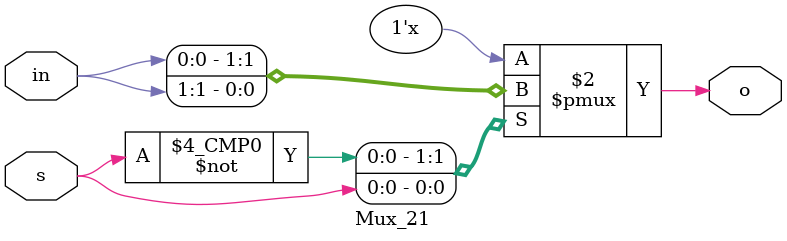
<source format=v>
`timescale 1ns / 1ps


module Mux_21(
    input [1:0] in,
    input s,
    output reg o
    );
    always @(*) begin
    case (s)
    1'd0: o <= in[0];
    1'd1: o <= in[1];
    endcase
    end
endmodule

</source>
